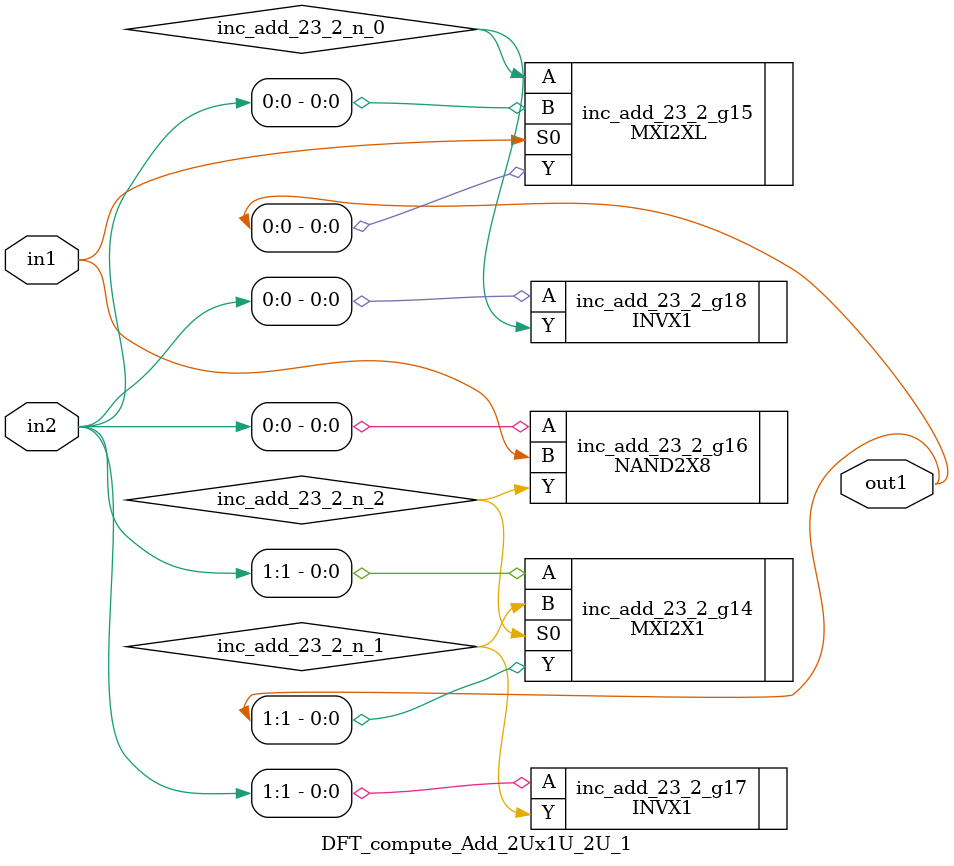
<source format=v>
`timescale 1ps / 1ps


module DFT_compute_Add_2Ux1U_2U_1(in2, in1, out1);
  input [1:0] in2;
  input in1;
  output [1:0] out1;
  wire [1:0] in2;
  wire in1;
  wire [1:0] out1;
  wire inc_add_23_2_n_0, inc_add_23_2_n_1, inc_add_23_2_n_2;
  MXI2X1 inc_add_23_2_g14(.A (in2[1]), .B (inc_add_23_2_n_1), .S0
       (inc_add_23_2_n_2), .Y (out1[1]));
  MXI2XL inc_add_23_2_g15(.A (inc_add_23_2_n_0), .B (in2[0]), .S0
       (in1), .Y (out1[0]));
  NAND2X8 inc_add_23_2_g16(.A (in2[0]), .B (in1), .Y
       (inc_add_23_2_n_2));
  INVX1 inc_add_23_2_g17(.A (in2[1]), .Y (inc_add_23_2_n_1));
  INVX1 inc_add_23_2_g18(.A (in2[0]), .Y (inc_add_23_2_n_0));
endmodule



</source>
